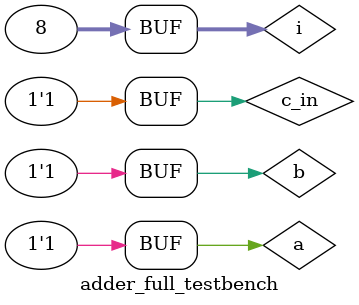
<source format=sv>
`timescale 1ns/10ps

module adder_full (
   output logic sum, c_out,
   input  logic a, b, c_in
   );
   
   logic h1Carry, h2Carry, h1Sum;
   
   adder_half h1 (
      .sum(h1Sum),
      .c_out(h1Carry),
      .a,
      .b
   );
   adder_half h2 (
      .sum,
      .c_out(h2Carry),
      .a(h1Sum),
      .b(c_in)
   );

   or x1 (c_out, h1Carry, h2Carry);

endmodule

// Note: testbench only worked when the #50s
//       were omitted
module adder_full_testbench ();
   logic sum, c_out;
   logic a, b, c_in;

   adder_full dut (.sum, .c_out, .a, .b, .c_in);

   integer i;
   initial begin
      for (i = 0; i < 8; i++) begin
         {c_in, b, a} = i; #10;
      end
   end
endmodule 

</source>
